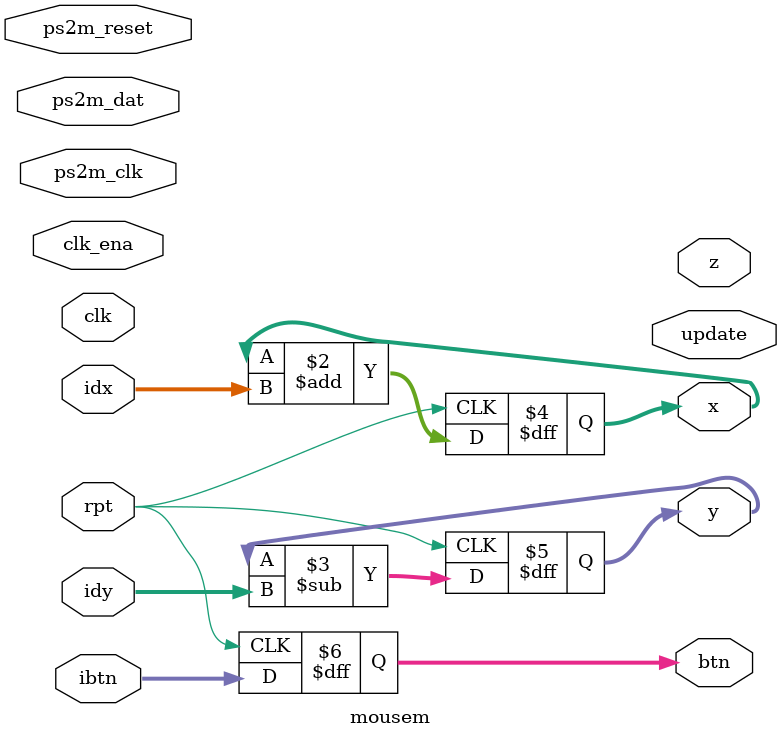
<source format=v>
`timescale 1ns / 1ps  

/*Project Oberon, Revised Edition 2013

Book copyright (C)2013 Niklaus Wirth and Juerg Gutknecht;
software copyright (C)2013 Niklaus Wirth (NW), Juerg Gutknecht (JG), Paul
Reed (PR/PDR).

Permission to use, copy, modify, and/or distribute this software and its
accompanying documentation (the "Software") for any purpose with or
without fee is hereby granted, provided that the above copyright notice
and this permission notice appear in all copies.

THE SOFTWARE IS PROVIDED "AS IS" AND THE AUTHORS DISCLAIM ALL WARRANTIES
WITH REGARD TO THE SOFTWARE, INCLUDING ALL IMPLIED WARRANTIES OF
MERCHANTABILITY, FITNESS AND NONINFRINGEMENT.  IN NO EVENT SHALL THE
AUTHORS BE LIABLE FOR ANY CLAIM, SPECIAL, DIRECT, INDIRECT, OR
CONSEQUENTIAL DAMAGES OR ANY DAMAGES OR LIABILITY WHATSOEVER, WHETHER IN
AN ACTION OF CONTRACT, TORT OR OTHERWISE, ARISING FROM, OUT OF OR IN
CONNECTION WITH THE DEALINGS IN OR USE OR PERFORMANCE OF THE SOFTWARE.*/

// PS/2 mouse PDR 14.10.2013 / 03.09.2015 / 01.10.2015
// with Microsoft 3rd (scroll) button init magic

// EMARD added z-axis (wheel) 10.05.2019
// https://isdaman.com/alsos/hardware/mouse/ps2interface.htm

module mousem
#(
  parameter c_x_bits = 11,   // >= 8
  parameter c_y_bits = 11,   // >= 8
  parameter c_y_neg  = 0,
  parameter c_z_bits = 11,   // >= 4
  parameter c_z_ena  = 1,    // 1:yes wheel, 0:not wheel
  parameter c_hotplug = 1
)
(
  input clk, clk_ena,
  input ps2m_reset,
  inout ps2m_clk, ps2m_dat,

  input signed [7:0] idx,
  input signed [7:0] idy, 
  input [2:0] ibtn,
  input rpt,

  output reg update,
  output reg [c_x_bits-1:0] x,
  output reg [c_y_bits-1:0] y,
  output reg [c_z_bits-1:0] z,
  output reg [2:0] btn
);
  always @(posedge rpt) begin
    x <= $signed(x) + idx;
    y <= $signed(y) - idy;
    btn <= ibtn;
  end

  /*
  reg [2:0] sent;
  localparam c_rx_bits = c_z_ena ? 42 : 31;
  reg [c_rx_bits-1:0] rx;
  reg [9:0] tx;
  reg [14:0] count;
  reg [5:0] filter;
  reg req;
  wire shift, endbit, endcount, done, run;
  wire [8:0] cmd;  //including odd tx parity bit
  wire [c_x_bits-1:0] dx;
  wire [c_y_bits-1:0] dy;
  wire [c_z_bits-1:0] dz;

// 322222222221111111111 (scroll mouse z and rx parity p ignored)
// 0987654321098765432109876543210   X, Y = overflow
// -------------------------------   s, t = x, y sign bits
// yyyyyyyy01pxxxxxxxx01pYXts1MRL0   normal report
// p--ack---0Ap--cmd---01111111111   cmd + ack bit (A) & byte

  // bytes to be sent
  parameter [7:0] send0     = 8'hF4;  // 8'hF4 enable reporting
  parameter [7:0] send2     = 8'd200; //   200
  parameter [7:0] send4     = 8'd100; //   100
  parameter [7:0] send6     = 8'd80;  //    80
  parameter [7:0] send135   = 8'hF3;  // 8'hF3 set sample rate
  // odd-parity bit prepended to each byte
  parameter [8:0] psend0    = {~^send0,send0};
  parameter [8:0] psend2    = {~^send2,send2};
  parameter [8:0] psend4    = {~^send4,send4};
  parameter [8:0] psend6    = {~^send6,send6};
  parameter [8:0] psend135  = {~^send135,send135};

  assign cmd = (sent == 0) ? psend0 :   // init sequence
               (sent == 2) ? psend2 :
               (sent == 4) ? psend4 :
               (sent == 6) ? psend6 : 
                             psend135;
  assign run = (sent == 7);
  assign endcount = (count[14:12] == 3'b111);  // more than 11*100uS @25MHz
  assign shift = ~req & (filter == 6'b100000);  //low for 200nS @25MHz
  // first bit that enters rx at MSB is 1 and it is shifted to the right
  // when this bit reaches the position in rx, it indicates end of transmission
  assign endbit = run ? ~rx[0] : ~rx[$bits(rx)-21];
  assign done = endbit & endcount & ~req;
  assign dx = {{($bits(dx)-8){rx[5]}}, rx[7] ? 8'b0 : rx[19:12]};  //sign+overfl
  assign dy = {{($bits(dy)-8){rx[6]}}, rx[8] ? 8'b0 : rx[30:23]};  //sign+overfl
  generate
    if(c_z_ena)
      assign dz = {{($bits(dz)-3){rx[37]}}, rx[37:34]};  //sign,wheel
  endgenerate
//  assign out = {run,  // full debug
//    run ? {rx[25:0], endbit} : {rx[30:10], endbit, sent, tx[0], ~req}};
//  assign out = {run,  // debug then normal
//    run ? {btns, 2'b0, y, 2'b0, x} : {rx[30:10], sent, endbit, tx[0], ~req}};
  assign ps2m_clk = req ? 1'b0 : 1'bz;  //bidir clk/request
  assign ps2m_dat = ~tx[0] ? 1'b0 : 1'bz;  //bidir data

  always @ (posedge clk) begin
    filter <= {filter[$bits(filter)-2:0], ps2m_clk};
    count <= (ps2m_reset | shift | endcount) ? 0 : count+1;
    req <= ~ps2m_reset & ~run & (req ^ endcount);
    sent <= ps2m_reset ? 0 : (done & ~run) ? sent+1 : sent;
    tx <= (ps2m_reset | run) ? {$bits(tx){1'b1}} : req ? {cmd, 1'b0} : shift ? {1'b1, tx[$bits(tx)-1:1]} : tx;
    rx <= (ps2m_reset | done) ? {$bits(rx){1'b1}} : (shift & ~endbit) ? {ps2m_dat, rx[$bits(rx)-1:1]} : rx;
    x <= ~run ? 0 : done ? x + dx : x;
    y <= ~run ? 0 : done ? (c_y_neg ? y + dy : y - dy) : y;
    z <= ~run ? 0 : done ? z + dz : z;
    btn <= ~run ? 0 : done ? rx[3:1] : btn;
    update <= done;
  end
  */

endmodule

</source>
